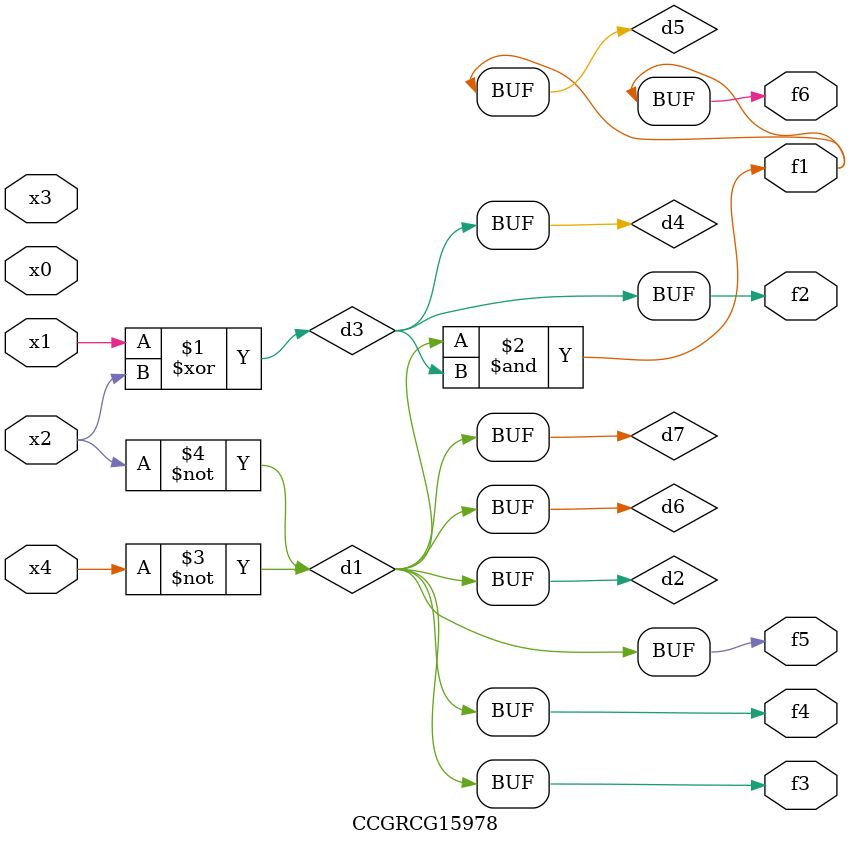
<source format=v>
module CCGRCG15978(
	input x0, x1, x2, x3, x4,
	output f1, f2, f3, f4, f5, f6
);

	wire d1, d2, d3, d4, d5, d6, d7;

	not (d1, x4);
	not (d2, x2);
	xor (d3, x1, x2);
	buf (d4, d3);
	and (d5, d1, d3);
	buf (d6, d1, d2);
	buf (d7, d2);
	assign f1 = d5;
	assign f2 = d4;
	assign f3 = d7;
	assign f4 = d7;
	assign f5 = d7;
	assign f6 = d5;
endmodule

</source>
